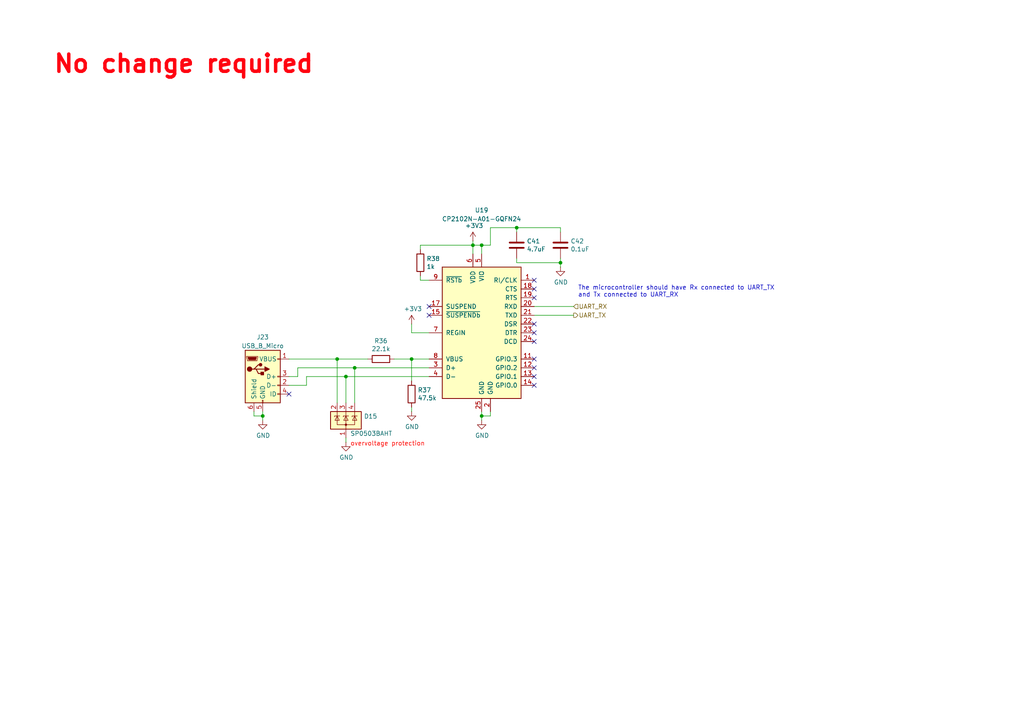
<source format=kicad_sch>
(kicad_sch (version 20231120) (generator "eeschema") (generator_version "8.0")
  (paper "A4")
  (lib_symbols
    (symbol "Connector:USB_B_Micro" (pin_names (offset 1.016))
      (property "Reference" "J" (at -5.08 11.43 0))
      (property "Value" "USB_B_Micro" (at -5.08 8.89 0))
      (symbol "USB_B_Micro_0_1"
        (rectangle (start -5.08 -7.62) (end 5.08 7.62) (stroke (width 0.254)) (fill (type background)))
        (circle (center -3.81 2.159) (radius 0.635) (stroke (width 0.254)) (fill (type outline)))
        (circle (center -0.635 3.429) (radius 0.381) (stroke (width 0.254)) (fill (type outline)))
        (rectangle (start -0.127 -7.62) (end 0.127 -6.858))
        (polyline (pts (xy -1.905 2.159) (xy 0.635 2.159)) (stroke (width 0.254)))
        (polyline (pts (xy -3.175 2.159) (xy -2.54 2.159) (xy -1.27 3.429) (xy -0.635 3.429)) (stroke (width 0.254)))
        (polyline (pts (xy -2.54 2.159) (xy -1.905 2.159) (xy -1.27 0.889) (xy 0 0.889)) (stroke (width 0.254)))
        (polyline (pts (xy 0.635 2.794) (xy 0.635 1.524) (xy 1.905 2.159) (xy 0.635 2.794)) (stroke (width 0.254)) (fill (type outline)))
        (polyline (pts (xy -4.318 5.588) (xy -1.778 5.588) (xy -2.032 4.826) (xy -4.064 4.826) (xy -4.318 5.588)) (fill (type outline)))
        (polyline (pts (xy -4.699 5.842) (xy -4.699 5.588) (xy -4.445 4.826) (xy -4.445 4.572) (xy -1.651 4.572) (xy -1.651 4.826) (xy -1.397 5.588) (xy -1.397 5.842) (xy -4.699 5.842)))
        (rectangle (start 0.254 1.27) (end -0.508 0.508) (stroke (width 0.254)) (fill (type outline)))
        (rectangle (start 5.08 -5.207) (end 4.318 -4.953))
        (rectangle (start 5.08 -2.667) (end 4.318 -2.413))
        (rectangle (start 5.08 -0.127) (end 4.318 0.127))
        (rectangle (start 5.08 4.953) (end 4.318 5.207))
      )
      (symbol "USB_B_Micro_1_1"
        (pin power_out line (at 7.62 5.08 180) (length 2.54) (name "VBUS") (number "1"))
        (pin bidirectional line (at 7.62 -2.54 180) (length 2.54) (name "D-") (number "2"))
        (pin bidirectional line (at 7.62 0 180) (length 2.54) (name "D+") (number "3"))
        (pin passive line (at 7.62 -5.08 180) (length 2.54) (name "ID") (number "4"))
        (pin power_out line (at 0 -10.16 90) (length 2.54) (name "GND") (number "5"))
        (pin passive line (at -2.54 -10.16 90) (length 2.54) (name "Shield") (number "6"))
      )
    )
    (symbol "Device:C" (pin_numbers hide) (pin_names (offset 0.254))
      (property "Reference" "C" (at 0.635 2.54 0))
      (property "Value" "C" (at 0.635 -2.54 0))
      (symbol "C_0_1"
        (polyline (pts (xy -2.032 -0.762) (xy 2.032 -0.762)) (stroke (width 0.508)))
        (polyline (pts (xy -2.032 0.762) (xy 2.032 0.762)) (stroke (width 0.508)))
      )
      (symbol "C_1_1"
        (pin passive line (at 0 3.81 270) (length 2.794) (name "~") (number "1"))
        (pin passive line (at 0 -3.81 90) (length 2.794) (name "~") (number "2"))
      )
    )
    (symbol "Device:R" (pin_numbers hide) (pin_names (offset 0))
      (property "Reference" "R" (at 2.032 0 90))
      (property "Value" "R" (at 0 0 90))
      (symbol "R_0_1"
        (rectangle (start -1.016 -2.54) (end 1.016 2.54) (stroke (width 0.254)))
      )
      (symbol "R_1_1"
        (pin passive line (at 0 3.81 270) (length 1.27) (name "~") (number "1"))
        (pin passive line (at 0 -3.81 90) (length 1.27) (name "~") (number "2"))
      )
    )
    (symbol "Interface_USB:CP2102N-A01-GQFN24" (pin_names (offset 1.016))
      (property "Reference" "U" (at -5.08 22.225 0))
      (property "Value" "Interface_USB_CP2102N-A01-GQFN24" (at -5.08 20.32 0))
      (symbol "CP2102N-A01-GQFN24_0_1"
        (rectangle (start -11.43 19.05) (end 11.43 -19.05) (stroke (width 0.254)) (fill (type background)))
      )
      (symbol "CP2102N-A01-GQFN24_1_1"
        (pin bidirectional line (at 15.24 15.24 180) (length 3.81) (name "RI/CLK") (number "1"))
        (pin no_connect line (at 10.16 -22.86 90) (length 3.81) hide (name "NC") (number "10"))
        (pin bidirectional line (at 15.24 -7.62 180) (length 3.81) (name "GPIO.3") (number "11"))
        (pin bidirectional line (at 15.24 -10.16 180) (length 3.81) (name "GPIO.2") (number "12"))
        (pin bidirectional line (at 15.24 -12.7 180) (length 3.81) (name "GPIO.1") (number "13"))
        (pin bidirectional line (at 15.24 -15.24 180) (length 3.81) (name "GPIO.0") (number "14"))
        (pin output line (at -15.24 5.08 0) (length 3.81) (name "~{SUSPENDb}") (number "15"))
        (pin no_connect line (at 7.62 -22.86 90) (length 3.81) hide (name "NC") (number "16"))
        (pin output line (at -15.24 7.62 0) (length 3.81) (name "SUSPEND") (number "17"))
        (pin input line (at 15.24 12.7 180) (length 3.81) (name "CTS") (number "18"))
        (pin output line (at 15.24 10.16 180) (length 3.81) (name "RTS") (number "19"))
        (pin power_in line (at 2.54 -22.86 90) (length 3.81) (name "GND") (number "2"))
        (pin input line (at 15.24 7.62 180) (length 3.81) (name "RXD") (number "20"))
        (pin output line (at 15.24 5.08 180) (length 3.81) (name "TXD") (number "21"))
        (pin input line (at 15.24 2.54 180) (length 3.81) (name "DSR") (number "22"))
        (pin output line (at 15.24 0 180) (length 3.81) (name "DTR") (number "23"))
        (pin input line (at 15.24 -2.54 180) (length 3.81) (name "DCD") (number "24"))
        (pin power_in line (at 0 -22.86 90) (length 3.81) (name "GND") (number "25"))
        (pin bidirectional line (at -15.24 -10.16 0) (length 3.81) (name "D+") (number "3"))
        (pin bidirectional line (at -15.24 -12.7 0) (length 3.81) (name "D-") (number "4"))
        (pin power_in line (at 0 22.86 270) (length 3.81) (name "VIO") (number "5"))
        (pin power_in line (at -2.54 22.86 270) (length 3.81) (name "VDD") (number "6"))
        (pin power_in line (at -15.24 0 0) (length 3.81) (name "REGIN") (number "7"))
        (pin input line (at -15.24 -7.62 0) (length 3.81) (name "VBUS") (number "8"))
        (pin input line (at -15.24 15.24 0) (length 3.81) (name "~{RSTb}") (number "9"))
      )
    )
    (symbol "Power_Protection:SP0503BAHT" (pin_names hide)
      (property "Reference" "D" (at 5.715 2.54 0))
      (property "Value" "SP0503BAHT" (at 5.715 0.635 0))
      (symbol "SP0503BAHT_0_0"
        (pin passive line (at 0 -5.08 90) (length 2.54) (name "A") (number "1"))
      )
      (symbol "SP0503BAHT_0_1"
        (rectangle (start -4.445 2.54) (end 4.445 -2.54) (stroke (width 0.254)) (fill (type background)))
        (circle (center 0 -1.27) (radius 0.254) (fill (type outline)))
        (polyline (pts (xy -2.54 2.54) (xy -2.54 1.27)))
        (polyline (pts (xy 0 -1.27) (xy 0 -2.54)))
        (polyline (pts (xy 0 -1.27) (xy 0 1.27)))
        (polyline (pts (xy 0 2.54) (xy 0 1.27)))
        (polyline (pts (xy 0.635 1.27) (xy 0.762 1.27)))
        (polyline (pts (xy 2.54 2.54) (xy 2.54 1.27)))
        (polyline (pts (xy 0.635 1.27) (xy -0.762 1.27) (xy -0.762 1.016)))
        (polyline (pts (xy -3.302 1.016) (xy -3.302 1.27) (xy -1.905 1.27) (xy -1.778 1.27)))
        (polyline (pts (xy -2.54 1.27) (xy -2.54 -1.27) (xy 2.54 -1.27) (xy 2.54 1.27)))
        (polyline (pts (xy -2.54 1.27) (xy -1.905 0) (xy -3.175 0) (xy -2.54 1.27)))
        (polyline (pts (xy 0.635 0) (xy -0.635 0) (xy 0 1.27) (xy 0.635 0)))
        (polyline (pts (xy 1.778 1.016) (xy 1.778 1.27) (xy 3.175 1.27) (xy 3.302 1.27)))
        (polyline (pts (xy 2.54 1.27) (xy 1.905 0) (xy 3.175 0) (xy 2.54 1.27)))
      )
      (symbol "SP0503BAHT_1_1"
        (pin passive line (at -2.54 5.08 270) (length 2.54) (name "K") (number "2"))
        (pin passive line (at 0 5.08 270) (length 2.54) (name "K") (number "3"))
        (pin passive line (at 2.54 5.08 270) (length 2.54) (name "K") (number "4"))
      )
    )
    (symbol "power:+3.3V" (power) (pin_numbers hide) (pin_names (offset 0) hide)
      (property "Value" "+3.3V" (at 0 3.556 0))
      (symbol "+3.3V_0_1"
        (polyline (pts (xy -0.762 1.27) (xy 0 2.54)))
        (polyline (pts (xy 0 0) (xy 0 2.54)))
        (polyline (pts (xy 0 2.54) (xy 0.762 1.27)))
      )
      (symbol "+3.3V_1_1"
        (pin power_in line (at 0 0 90) (length 0) (name "~") (number "1"))
      )
    )
    (symbol "power:GND" (power) (pin_numbers hide) (pin_names (offset 0) hide)
      (property "Value" "GND" (at 0 -3.81 0))
      (symbol "GND_0_1"
        (polyline (pts (xy 0 0) (xy 0 -1.27) (xy 1.27 -1.27) (xy 0 -2.54) (xy -1.27 -1.27) (xy 0 -1.27)))
      )
      (symbol "GND_1_1"
        (pin power_in line (at 0 0 270) (length 0) (name "~") (number "1"))
      )
    )
  )
  (junction (at 139.7 71.12))
  (junction (at 162.56 76.2))
  (junction (at 119.38 104.14))
  (junction (at 102.87 106.68))
  (junction (at 139.7 120.65))
  (junction (at 76.2 120.65))
  (junction (at 100.33 109.22))
  (junction (at 137.16 71.12))
  (junction (at 97.79 104.14))
  (junction (at 149.86 66.04))
  (no_connect (at 124.46 91.44))
  (no_connect (at 154.94 109.22))
  (no_connect (at 154.94 111.76))
  (no_connect (at 124.46 88.9))
  (no_connect (at 154.94 93.98))
  (no_connect (at 154.94 106.68))
  (no_connect (at 154.94 83.82))
  (no_connect (at 154.94 99.06))
  (no_connect (at 154.94 104.14))
  (no_connect (at 154.94 81.28))
  (no_connect (at 154.94 96.52))
  (no_connect (at 83.82 114.3))
  (no_connect (at 154.94 86.36))
  (wire (pts (xy 142.24 71.12) (xy 139.7 71.12)))
  (wire (pts (xy 73.66 119.38) (xy 73.66 120.65)))
  (wire (pts (xy 139.7 120.65) (xy 142.24 120.65)))
  (wire (pts (xy 88.9 111.76) (xy 88.9 109.22)))
  (wire (pts (xy 88.9 109.22) (xy 100.33 109.22)))
  (wire (pts (xy 73.66 120.65) (xy 76.2 120.65)))
  (wire (pts (xy 137.16 71.12) (xy 139.7 71.12)))
  (wire (pts (xy 162.56 77.47) (xy 162.56 76.2)))
  (wire (pts (xy 119.38 96.52) (xy 124.46 96.52)))
  (wire (pts (xy 102.87 106.68) (xy 124.46 106.68)))
  (wire (pts (xy 86.36 106.68) (xy 86.36 109.22)))
  (wire (pts (xy 86.36 106.68) (xy 102.87 106.68)))
  (wire (pts (xy 100.33 116.84) (xy 100.33 109.22)))
  (wire (pts (xy 137.16 69.85) (xy 137.16 71.12)))
  (wire (pts (xy 119.38 104.14) (xy 124.46 104.14)))
  (wire (pts (xy 149.86 67.31) (xy 149.86 66.04)))
  (wire (pts (xy 149.86 76.2) (xy 149.86 74.93)))
  (wire (pts (xy 154.94 91.44) (xy 166.37 91.44)))
  (wire (pts (xy 162.56 66.04) (xy 149.86 66.04)))
  (wire (pts (xy 137.16 71.12) (xy 137.16 73.66)))
  (wire (pts (xy 102.87 116.84) (xy 102.87 106.68)))
  (wire (pts (xy 119.38 119.38) (xy 119.38 118.11)))
  (wire (pts (xy 139.7 119.38) (xy 139.7 120.65)))
  (wire (pts (xy 97.79 116.84) (xy 97.79 104.14)))
  (wire (pts (xy 149.86 76.2) (xy 162.56 76.2)))
  (wire (pts (xy 121.92 81.28) (xy 124.46 81.28)))
  (wire (pts (xy 154.94 88.9) (xy 166.37 88.9)))
  (wire (pts (xy 100.33 109.22) (xy 124.46 109.22)))
  (wire (pts (xy 162.56 76.2) (xy 162.56 74.93)))
  (wire (pts (xy 149.86 66.04) (xy 142.24 66.04)))
  (wire (pts (xy 76.2 120.65) (xy 76.2 119.38)))
  (wire (pts (xy 100.33 128.27) (xy 100.33 127)))
  (wire (pts (xy 142.24 120.65) (xy 142.24 119.38)))
  (wire (pts (xy 119.38 110.49) (xy 119.38 104.14)))
  (wire (pts (xy 139.7 71.12) (xy 139.7 73.66)))
  (wire (pts (xy 119.38 93.98) (xy 119.38 96.52)))
  (wire (pts (xy 121.92 80.01) (xy 121.92 81.28)))
  (wire (pts (xy 162.56 67.31) (xy 162.56 66.04)))
  (wire (pts (xy 106.68 104.14) (xy 97.79 104.14)))
  (wire (pts (xy 114.3 104.14) (xy 119.38 104.14)))
  (wire (pts (xy 83.82 111.76) (xy 88.9 111.76)))
  (wire (pts (xy 121.92 71.12) (xy 137.16 71.12)))
  (wire (pts (xy 142.24 66.04) (xy 142.24 71.12)))
  (wire (pts (xy 86.36 109.22) (xy 83.82 109.22)))
  (wire (pts (xy 139.7 120.65) (xy 139.7 121.92)))
  (wire (pts (xy 76.2 120.65) (xy 76.2 121.92)))
  (wire (pts (xy 121.92 71.12) (xy 121.92 72.39)))
  (wire (pts (xy 83.82 104.14) (xy 97.79 104.14)))
  (text "The microcontroller should have Rx connected to UART_TX\nand Tx connected to UART_RX" (at 167.64 86.36 0) (effects (font (size 1.27 1.27)) (justify left bottom)))
  (text "overvoltage protection" (at 101.6 129.54 0) (effects (font (size 1.27 1.27)) (justify left bottom)))
  (text "No change required\n" (at 15.24 21.59 0) (effects (font (size 5 5) (thickness 1) (bold yes)) (justify left bottom)))
  (hierarchical_label "UART_RX" (shape input) (at 166.37 88.9 0))
  (hierarchical_label "UART_TX" (shape output) (at 166.37 91.44 0))
  (symbol (lib_id "Interface_USB:CP2102N-A01-GQFN24") (at 139.7 96.52 0) (unit 1)
    (property "Reference" "U19" (at 139.7 60.96 0))
    (property "Value" "CP2102N-A01-GQFN24" (at 139.7 63.5 0))
    (property "Footprint" "Package_DFN_QFN:QFN-24-1EP_4x4mm_P0.5mm_EP2.6x2.6mm" (effects (hide yes)))
    (property "Datasheet" "http://www.silabs.com/support%20documents/technicaldocs/cp2102n-datasheet.pdf" (effects (hide yes)))
    (property "Mouser Part Number" "634-CP2102NA01GQFN24 " (effects (hide yes)))
  )
  (symbol (lib_id "Connector:USB_B_Micro") (at 76.2 109.22 0) (unit 1)
    (property "Reference" "J23" (at 76.2 97.79 0))
    (property "Value" "USB_B_Micro" (at 76.2 100.33 0))
    (property "Footprint" "Connector_USB:USB_Micro-B_Molex-105017-0001" (effects (hide yes)))
    (property "Datasheet" "https://www.molex.com/content/dam/molex/molex-dot-com/products/automated/en-us/salesdrawingpdf/105/105017/1050171001_sd.pdf" (effects (hide yes)))
    (property "P/N" "105017-1001" (effects (hide yes)))
    (property "Mouser Part Number" " 538-105017-1001 " (effects (hide yes)))
  )
  (symbol (lib_id "power:GND") (at 76.2 121.92 0) (unit 1)
    (property "Reference" "#PWR0101" (effects (hide yes)))
    (property "Value" "GND" (at 76.327 126.3142 0))
    (property "Description" "Power symbol creates a global label with name \"GND\" , ground" (effects (hide yes)))
  )
  (symbol (lib_id "power:GND") (at 139.7 121.92 0) (unit 1)
    (property "Reference" "#PWR0106" (effects (hide yes)))
    (property "Value" "GND" (at 139.827 126.3142 0))
    (property "Description" "Power symbol creates a global label with name \"GND\" , ground" (effects (hide yes)))
  )
  (symbol (lib_id "Power_Protection:SP0503BAHT") (at 100.33 121.92 0) (unit 1)
    (property "Reference" "D15" (at 105.537 120.7516 0) (effects (justify left)))
    (property "Value" "SP0503BAHT" (at 101.6 125.73 0) (effects (justify left)))
    (property "Footprint" "Package_TO_SOT_SMD:SOT-143" (effects (hide yes)))
    (property "Datasheet" "http://www.littelfuse.com/~/media/files/littelfuse/technical%20resources/documents/data%20sheets/sp05xxba.pdf" (effects (hide yes)))
    (property "Mouser Part Number" "576-SP0503BAHTG " (effects (hide yes)))
  )
  (symbol (lib_id "power:GND") (at 100.33 128.27 0) (unit 1)
    (property "Reference" "#PWR0102" (effects (hide yes)))
    (property "Value" "GND" (at 100.457 132.6642 0))
    (property "Description" "Power symbol creates a global label with name \"GND\" , ground" (effects (hide yes)))
  )
  (symbol (lib_id "Device:R") (at 119.38 114.3 0) (unit 1)
    (property "Reference" "R37" (at 121.158 113.1316 0) (effects (justify left)))
    (property "Value" "47.5k" (at 121.158 115.443 0) (effects (justify left)))
    (property "Footprint" "Resistor_SMD:R_0805_2012Metric" (effects (hide yes)))
    (property "Datasheet" "https://www.mouser.com/ProductDetail/71-CRCW0805-47.5K-E3" (effects (hide yes)))
    (property "Description" "Resistor" (effects (hide yes)))
    (property "Mouser Part Number" "71-CRCW0805-47.5K-E3" (effects (hide yes)))
  )
  (symbol (lib_id "Device:R") (at 110.49 104.14 270) (unit 1)
    (property "Reference" "R36" (at 110.49 98.8822 90))
    (property "Value" "22.1k" (at 110.49 101.1936 90))
    (property "Footprint" "Resistor_SMD:R_0805_2012Metric" (effects (hide yes)))
    (property "Datasheet" "https://www.mouser.com/ProductDetail/Vishay-Dale/CRCW080522K1FKEA?qs=fIsz7OpyEY%2F1GKOToH8JbQ%3D%3D" (effects (hide yes)))
    (property "Description" "Resistor" (effects (hide yes)))
    (property "Mouser Part Number" "71-CRCW0805-22.1K-E3" (effects (hide yes)))
  )
  (symbol (lib_id "power:GND") (at 119.38 119.38 0) (unit 1)
    (property "Reference" "#PWR0104" (effects (hide yes)))
    (property "Value" "GND" (at 119.507 123.7742 0))
    (property "Description" "Power symbol creates a global label with name \"GND\" , ground" (effects (hide yes)))
  )
  (symbol (lib_id "power:+3.3V") (at 137.16 69.85 0) (unit 1)
    (property "Reference" "#PWR0105" (effects (hide yes)))
    (property "Value" "+3V3" (at 137.541 65.4558 0))
    (property "Description" "Power symbol creates a global label with name \"+3.3V\"" (effects (hide yes)))
  )
  (symbol (lib_id "Device:R") (at 121.92 76.2 0) (unit 1)
    (property "Reference" "R38" (at 123.698 75.0316 0) (effects (justify left)))
    (property "Value" "1k" (at 123.698 77.343 0) (effects (justify left)))
    (property "Footprint" "Resistor_SMD:R_0805_2012Metric" (effects (hide yes)))
    (property "Datasheet" "https://www.mouser.com/ProductDetail/Vishay-Dale/CRCW08051K00FKEAC?qs=CZ6xfwOSLTXmQIgaYvN%2FBA%3D%3D" (effects (hide yes)))
    (property "Description" "Resistor" (effects (hide yes)))
    (property "Mouser Part Number" "71-CRCW08051K00FKEAC" (effects (hide yes)))
  )
  (symbol (lib_id "Device:C") (at 149.86 71.12 0) (unit 1)
    (property "Reference" "C41" (at 152.781 69.9516 0) (effects (justify left)))
    (property "Value" "4.7uF" (at 152.781 72.263 0) (effects (justify left)))
    (property "Footprint" "Capacitor_SMD:C_0805_2012Metric" (effects (hide yes)))
    (property "Datasheet" "https://www.mouser.com/ProductDetail/Murata-Electronics/GRM219R6YA475KA73D?qs=eeBpzGFlv%252B%252Bho6epIC%2FPCA%3D%3D&srsltid=AfmBOor8KpuDmhbErgZyZAx51mjKq7YIEoZ5aJP4Jbdc10duuv9ImkWI" (effects (hide yes)))
    (property "Description" "Unpolarized capacitor" (effects (hide yes)))
    (property "Mouser Part Number" "81-GRM219R6YA475KA3D" (effects (hide yes)))
  )
  (symbol (lib_id "power:+3.3V") (at 119.38 93.98 0) (unit 1)
    (property "Reference" "#PWR0103" (effects (hide yes)))
    (property "Value" "+3V3" (at 119.761 89.5858 0))
    (property "Description" "Power symbol creates a global label with name \"+3.3V\"" (effects (hide yes)))
  )
  (symbol (lib_id "Device:C") (at 162.56 71.12 0) (unit 1)
    (property "Reference" "C42" (at 165.481 69.9516 0) (effects (justify left)))
    (property "Value" "0.1uF" (at 165.481 72.263 0) (effects (justify left)))
    (property "Footprint" "Capacitor_SMD:C_0805_2012Metric" (effects (hide yes)))
    (property "Datasheet" "https://www.mouser.com/ProductDetail/KEMET/C0805C104M5RACTU?qs=VOOUd%252Bza08qHu13WgNByHQ%3D%3D" (effects (hide yes)))
    (property "Description" "Unpolarized capacitor" (effects (hide yes)))
    (property "Mouser Part Number" "80-C0805C104M5R" (effects (hide yes)))
  )
  (symbol (lib_id "power:GND") (at 162.56 77.47 0) (unit 1)
    (property "Reference" "#PWR0107" (effects (hide yes)))
    (property "Value" "GND" (at 162.687 81.8642 0))
    (property "Description" "Power symbol creates a global label with name \"GND\" , ground" (effects (hide yes)))
  )
)
</source>
